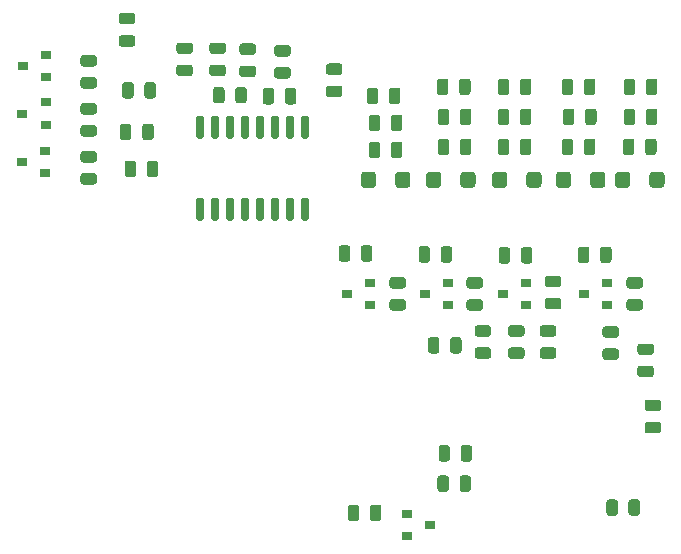
<source format=gbr>
G04 #@! TF.GenerationSoftware,KiCad,Pcbnew,(5.1.6-0-10_14)*
G04 #@! TF.CreationDate,2020-07-24T18:59:42-04:00*
G04 #@! TF.ProjectId,Pufferfish-Interface-2,50756666-6572-4666-9973-682d496e7465,rev?*
G04 #@! TF.SameCoordinates,Original*
G04 #@! TF.FileFunction,Paste,Top*
G04 #@! TF.FilePolarity,Positive*
%FSLAX46Y46*%
G04 Gerber Fmt 4.6, Leading zero omitted, Abs format (unit mm)*
G04 Created by KiCad (PCBNEW (5.1.6-0-10_14)) date 2020-07-24 18:59:42*
%MOMM*%
%LPD*%
G01*
G04 APERTURE LIST*
%ADD10R,0.900000X0.800000*%
G04 APERTURE END LIST*
G36*
G01*
X13356910Y-10975160D02*
X12444410Y-10975160D01*
G75*
G02*
X12200660Y-10731410I0J243750D01*
G01*
X12200660Y-10243910D01*
G75*
G02*
X12444410Y-10000160I243750J0D01*
G01*
X13356910Y-10000160D01*
G75*
G02*
X13600660Y-10243910I0J-243750D01*
G01*
X13600660Y-10731410D01*
G75*
G02*
X13356910Y-10975160I-243750J0D01*
G01*
G37*
G36*
G01*
X13356910Y-12850160D02*
X12444410Y-12850160D01*
G75*
G02*
X12200660Y-12606410I0J243750D01*
G01*
X12200660Y-12118910D01*
G75*
G02*
X12444410Y-11875160I243750J0D01*
G01*
X13356910Y-11875160D01*
G75*
G02*
X13600660Y-12118910I0J-243750D01*
G01*
X13600660Y-12606410D01*
G75*
G02*
X13356910Y-12850160I-243750J0D01*
G01*
G37*
G36*
G01*
X21157780Y-16503330D02*
X21157780Y-17415830D01*
G75*
G02*
X20914030Y-17659580I-243750J0D01*
G01*
X20426530Y-17659580D01*
G75*
G02*
X20182780Y-17415830I0J243750D01*
G01*
X20182780Y-16503330D01*
G75*
G02*
X20426530Y-16259580I243750J0D01*
G01*
X20914030Y-16259580D01*
G75*
G02*
X21157780Y-16503330I0J-243750D01*
G01*
G37*
G36*
G01*
X23032780Y-16503330D02*
X23032780Y-17415830D01*
G75*
G02*
X22789030Y-17659580I-243750J0D01*
G01*
X22301530Y-17659580D01*
G75*
G02*
X22057780Y-17415830I0J243750D01*
G01*
X22057780Y-16503330D01*
G75*
G02*
X22301530Y-16259580I243750J0D01*
G01*
X22789030Y-16259580D01*
G75*
G02*
X23032780Y-16503330I0J-243750D01*
G01*
G37*
G36*
G01*
X25364020Y-16594770D02*
X25364020Y-17507270D01*
G75*
G02*
X25120270Y-17751020I-243750J0D01*
G01*
X24632770Y-17751020D01*
G75*
G02*
X24389020Y-17507270I0J243750D01*
G01*
X24389020Y-16594770D01*
G75*
G02*
X24632770Y-16351020I243750J0D01*
G01*
X25120270Y-16351020D01*
G75*
G02*
X25364020Y-16594770I0J-243750D01*
G01*
G37*
G36*
G01*
X27239020Y-16594770D02*
X27239020Y-17507270D01*
G75*
G02*
X26995270Y-17751020I-243750J0D01*
G01*
X26507770Y-17751020D01*
G75*
G02*
X26264020Y-17507270I0J243750D01*
G01*
X26264020Y-16594770D01*
G75*
G02*
X26507770Y-16351020I243750J0D01*
G01*
X26995270Y-16351020D01*
G75*
G02*
X27239020Y-16594770I0J-243750D01*
G01*
G37*
G36*
G01*
X30893070Y-15247440D02*
X29980570Y-15247440D01*
G75*
G02*
X29736820Y-15003690I0J243750D01*
G01*
X29736820Y-14516190D01*
G75*
G02*
X29980570Y-14272440I243750J0D01*
G01*
X30893070Y-14272440D01*
G75*
G02*
X31136820Y-14516190I0J-243750D01*
G01*
X31136820Y-15003690D01*
G75*
G02*
X30893070Y-15247440I-243750J0D01*
G01*
G37*
G36*
G01*
X30893070Y-17122440D02*
X29980570Y-17122440D01*
G75*
G02*
X29736820Y-16878690I0J243750D01*
G01*
X29736820Y-16391190D01*
G75*
G02*
X29980570Y-16147440I243750J0D01*
G01*
X30893070Y-16147440D01*
G75*
G02*
X31136820Y-16391190I0J-243750D01*
G01*
X31136820Y-16878690D01*
G75*
G02*
X30893070Y-17122440I-243750J0D01*
G01*
G37*
G36*
G01*
X13469200Y-16099470D02*
X13469200Y-17011970D01*
G75*
G02*
X13225450Y-17255720I-243750J0D01*
G01*
X12737950Y-17255720D01*
G75*
G02*
X12494200Y-17011970I0J243750D01*
G01*
X12494200Y-16099470D01*
G75*
G02*
X12737950Y-15855720I243750J0D01*
G01*
X13225450Y-15855720D01*
G75*
G02*
X13469200Y-16099470I0J-243750D01*
G01*
G37*
G36*
G01*
X15344200Y-16099470D02*
X15344200Y-17011970D01*
G75*
G02*
X15100450Y-17255720I-243750J0D01*
G01*
X14612950Y-17255720D01*
G75*
G02*
X14369200Y-17011970I0J243750D01*
G01*
X14369200Y-16099470D01*
G75*
G02*
X14612950Y-15855720I243750J0D01*
G01*
X15100450Y-15855720D01*
G75*
G02*
X15344200Y-16099470I0J-243750D01*
G01*
G37*
G36*
G01*
X13669860Y-22739030D02*
X13669860Y-23651530D01*
G75*
G02*
X13426110Y-23895280I-243750J0D01*
G01*
X12938610Y-23895280D01*
G75*
G02*
X12694860Y-23651530I0J243750D01*
G01*
X12694860Y-22739030D01*
G75*
G02*
X12938610Y-22495280I243750J0D01*
G01*
X13426110Y-22495280D01*
G75*
G02*
X13669860Y-22739030I0J-243750D01*
G01*
G37*
G36*
G01*
X15544860Y-22739030D02*
X15544860Y-23651530D01*
G75*
G02*
X15301110Y-23895280I-243750J0D01*
G01*
X14813610Y-23895280D01*
G75*
G02*
X14569860Y-23651530I0J243750D01*
G01*
X14569860Y-22739030D01*
G75*
G02*
X14813610Y-22495280I243750J0D01*
G01*
X15301110Y-22495280D01*
G75*
G02*
X15544860Y-22739030I0J-243750D01*
G01*
G37*
G36*
G01*
X13276160Y-19619910D02*
X13276160Y-20532410D01*
G75*
G02*
X13032410Y-20776160I-243750J0D01*
G01*
X12544910Y-20776160D01*
G75*
G02*
X12301160Y-20532410I0J243750D01*
G01*
X12301160Y-19619910D01*
G75*
G02*
X12544910Y-19376160I243750J0D01*
G01*
X13032410Y-19376160D01*
G75*
G02*
X13276160Y-19619910I0J-243750D01*
G01*
G37*
G36*
G01*
X15151160Y-19619910D02*
X15151160Y-20532410D01*
G75*
G02*
X14907410Y-20776160I-243750J0D01*
G01*
X14419910Y-20776160D01*
G75*
G02*
X14176160Y-20532410I0J243750D01*
G01*
X14176160Y-19619910D01*
G75*
G02*
X14419910Y-19376160I243750J0D01*
G01*
X14907410Y-19376160D01*
G75*
G02*
X15151160Y-19619910I0J-243750D01*
G01*
G37*
G36*
G01*
X57878030Y-43718060D02*
X56965530Y-43718060D01*
G75*
G02*
X56721780Y-43474310I0J243750D01*
G01*
X56721780Y-42986810D01*
G75*
G02*
X56965530Y-42743060I243750J0D01*
G01*
X57878030Y-42743060D01*
G75*
G02*
X58121780Y-42986810I0J-243750D01*
G01*
X58121780Y-43474310D01*
G75*
G02*
X57878030Y-43718060I-243750J0D01*
G01*
G37*
G36*
G01*
X57878030Y-45593060D02*
X56965530Y-45593060D01*
G75*
G02*
X56721780Y-45349310I0J243750D01*
G01*
X56721780Y-44861810D01*
G75*
G02*
X56965530Y-44618060I243750J0D01*
G01*
X57878030Y-44618060D01*
G75*
G02*
X58121780Y-44861810I0J-243750D01*
G01*
X58121780Y-45349310D01*
G75*
G02*
X57878030Y-45593060I-243750J0D01*
G01*
G37*
G36*
G01*
X55354640Y-52330670D02*
X55354640Y-51418170D01*
G75*
G02*
X55598390Y-51174420I243750J0D01*
G01*
X56085890Y-51174420D01*
G75*
G02*
X56329640Y-51418170I0J-243750D01*
G01*
X56329640Y-52330670D01*
G75*
G02*
X56085890Y-52574420I-243750J0D01*
G01*
X55598390Y-52574420D01*
G75*
G02*
X55354640Y-52330670I0J243750D01*
G01*
G37*
G36*
G01*
X53479640Y-52330670D02*
X53479640Y-51418170D01*
G75*
G02*
X53723390Y-51174420I243750J0D01*
G01*
X54210890Y-51174420D01*
G75*
G02*
X54454640Y-51418170I0J-243750D01*
G01*
X54454640Y-52330670D01*
G75*
G02*
X54210890Y-52574420I-243750J0D01*
G01*
X53723390Y-52574420D01*
G75*
G02*
X53479640Y-52330670I0J243750D01*
G01*
G37*
G36*
G01*
X40154440Y-49393790D02*
X40154440Y-50306290D01*
G75*
G02*
X39910690Y-50550040I-243750J0D01*
G01*
X39423190Y-50550040D01*
G75*
G02*
X39179440Y-50306290I0J243750D01*
G01*
X39179440Y-49393790D01*
G75*
G02*
X39423190Y-49150040I243750J0D01*
G01*
X39910690Y-49150040D01*
G75*
G02*
X40154440Y-49393790I0J-243750D01*
G01*
G37*
G36*
G01*
X42029440Y-49393790D02*
X42029440Y-50306290D01*
G75*
G02*
X41785690Y-50550040I-243750J0D01*
G01*
X41298190Y-50550040D01*
G75*
G02*
X41054440Y-50306290I0J243750D01*
G01*
X41054440Y-49393790D01*
G75*
G02*
X41298190Y-49150040I243750J0D01*
G01*
X41785690Y-49150040D01*
G75*
G02*
X42029440Y-49393790I0J-243750D01*
G01*
G37*
G36*
G01*
X41153740Y-47738350D02*
X41153740Y-46825850D01*
G75*
G02*
X41397490Y-46582100I243750J0D01*
G01*
X41884990Y-46582100D01*
G75*
G02*
X42128740Y-46825850I0J-243750D01*
G01*
X42128740Y-47738350D01*
G75*
G02*
X41884990Y-47982100I-243750J0D01*
G01*
X41397490Y-47982100D01*
G75*
G02*
X41153740Y-47738350I0J243750D01*
G01*
G37*
G36*
G01*
X39278740Y-47738350D02*
X39278740Y-46825850D01*
G75*
G02*
X39522490Y-46582100I243750J0D01*
G01*
X40009990Y-46582100D01*
G75*
G02*
X40253740Y-46825850I0J-243750D01*
G01*
X40253740Y-47738350D01*
G75*
G02*
X40009990Y-47982100I-243750J0D01*
G01*
X39522490Y-47982100D01*
G75*
G02*
X39278740Y-47738350I0J243750D01*
G01*
G37*
G36*
G01*
X56358470Y-39865480D02*
X57270970Y-39865480D01*
G75*
G02*
X57514720Y-40109230I0J-243750D01*
G01*
X57514720Y-40596730D01*
G75*
G02*
X57270970Y-40840480I-243750J0D01*
G01*
X56358470Y-40840480D01*
G75*
G02*
X56114720Y-40596730I0J243750D01*
G01*
X56114720Y-40109230D01*
G75*
G02*
X56358470Y-39865480I243750J0D01*
G01*
G37*
G36*
G01*
X56358470Y-37990480D02*
X57270970Y-37990480D01*
G75*
G02*
X57514720Y-38234230I0J-243750D01*
G01*
X57514720Y-38721730D01*
G75*
G02*
X57270970Y-38965480I-243750J0D01*
G01*
X56358470Y-38965480D01*
G75*
G02*
X56114720Y-38721730I0J243750D01*
G01*
X56114720Y-38234230D01*
G75*
G02*
X56358470Y-37990480I243750J0D01*
G01*
G37*
G36*
G01*
X53401910Y-38400140D02*
X54314410Y-38400140D01*
G75*
G02*
X54558160Y-38643890I0J-243750D01*
G01*
X54558160Y-39131390D01*
G75*
G02*
X54314410Y-39375140I-243750J0D01*
G01*
X53401910Y-39375140D01*
G75*
G02*
X53158160Y-39131390I0J243750D01*
G01*
X53158160Y-38643890D01*
G75*
G02*
X53401910Y-38400140I243750J0D01*
G01*
G37*
G36*
G01*
X53401910Y-36525140D02*
X54314410Y-36525140D01*
G75*
G02*
X54558160Y-36768890I0J-243750D01*
G01*
X54558160Y-37256390D01*
G75*
G02*
X54314410Y-37500140I-243750J0D01*
G01*
X53401910Y-37500140D01*
G75*
G02*
X53158160Y-37256390I0J243750D01*
G01*
X53158160Y-36768890D01*
G75*
G02*
X53401910Y-36525140I243750J0D01*
G01*
G37*
G36*
G01*
X48095850Y-38313780D02*
X49008350Y-38313780D01*
G75*
G02*
X49252100Y-38557530I0J-243750D01*
G01*
X49252100Y-39045030D01*
G75*
G02*
X49008350Y-39288780I-243750J0D01*
G01*
X48095850Y-39288780D01*
G75*
G02*
X47852100Y-39045030I0J243750D01*
G01*
X47852100Y-38557530D01*
G75*
G02*
X48095850Y-38313780I243750J0D01*
G01*
G37*
G36*
G01*
X48095850Y-36438780D02*
X49008350Y-36438780D01*
G75*
G02*
X49252100Y-36682530I0J-243750D01*
G01*
X49252100Y-37170030D01*
G75*
G02*
X49008350Y-37413780I-243750J0D01*
G01*
X48095850Y-37413780D01*
G75*
G02*
X47852100Y-37170030I0J243750D01*
G01*
X47852100Y-36682530D01*
G75*
G02*
X48095850Y-36438780I243750J0D01*
G01*
G37*
G36*
G01*
X45400910Y-38313780D02*
X46313410Y-38313780D01*
G75*
G02*
X46557160Y-38557530I0J-243750D01*
G01*
X46557160Y-39045030D01*
G75*
G02*
X46313410Y-39288780I-243750J0D01*
G01*
X45400910Y-39288780D01*
G75*
G02*
X45157160Y-39045030I0J243750D01*
G01*
X45157160Y-38557530D01*
G75*
G02*
X45400910Y-38313780I243750J0D01*
G01*
G37*
G36*
G01*
X45400910Y-36438780D02*
X46313410Y-36438780D01*
G75*
G02*
X46557160Y-36682530I0J-243750D01*
G01*
X46557160Y-37170030D01*
G75*
G02*
X46313410Y-37413780I-243750J0D01*
G01*
X45400910Y-37413780D01*
G75*
G02*
X45157160Y-37170030I0J243750D01*
G01*
X45157160Y-36682530D01*
G75*
G02*
X45400910Y-36438780I243750J0D01*
G01*
G37*
G36*
G01*
X42576430Y-38313780D02*
X43488930Y-38313780D01*
G75*
G02*
X43732680Y-38557530I0J-243750D01*
G01*
X43732680Y-39045030D01*
G75*
G02*
X43488930Y-39288780I-243750J0D01*
G01*
X42576430Y-39288780D01*
G75*
G02*
X42332680Y-39045030I0J243750D01*
G01*
X42332680Y-38557530D01*
G75*
G02*
X42576430Y-38313780I243750J0D01*
G01*
G37*
G36*
G01*
X42576430Y-36438780D02*
X43488930Y-36438780D01*
G75*
G02*
X43732680Y-36682530I0J-243750D01*
G01*
X43732680Y-37170030D01*
G75*
G02*
X43488930Y-37413780I-243750J0D01*
G01*
X42576430Y-37413780D01*
G75*
G02*
X42332680Y-37170030I0J243750D01*
G01*
X42332680Y-36682530D01*
G75*
G02*
X42576430Y-36438780I243750J0D01*
G01*
G37*
G36*
G01*
X40249260Y-38596890D02*
X40249260Y-37684390D01*
G75*
G02*
X40493010Y-37440640I243750J0D01*
G01*
X40980510Y-37440640D01*
G75*
G02*
X41224260Y-37684390I0J-243750D01*
G01*
X41224260Y-38596890D01*
G75*
G02*
X40980510Y-38840640I-243750J0D01*
G01*
X40493010Y-38840640D01*
G75*
G02*
X40249260Y-38596890I0J243750D01*
G01*
G37*
G36*
G01*
X38374260Y-38596890D02*
X38374260Y-37684390D01*
G75*
G02*
X38618010Y-37440640I243750J0D01*
G01*
X39105510Y-37440640D01*
G75*
G02*
X39349260Y-37684390I0J-243750D01*
G01*
X39349260Y-38596890D01*
G75*
G02*
X39105510Y-38840640I-243750J0D01*
G01*
X38618010Y-38840640D01*
G75*
G02*
X38374260Y-38596890I0J243750D01*
G01*
G37*
G36*
G01*
X51582500Y-21792250D02*
X51582500Y-20879750D01*
G75*
G02*
X51826250Y-20636000I243750J0D01*
G01*
X52313750Y-20636000D01*
G75*
G02*
X52557500Y-20879750I0J-243750D01*
G01*
X52557500Y-21792250D01*
G75*
G02*
X52313750Y-22036000I-243750J0D01*
G01*
X51826250Y-22036000D01*
G75*
G02*
X51582500Y-21792250I0J243750D01*
G01*
G37*
G36*
G01*
X49707500Y-21792250D02*
X49707500Y-20879750D01*
G75*
G02*
X49951250Y-20636000I243750J0D01*
G01*
X50438750Y-20636000D01*
G75*
G02*
X50682500Y-20879750I0J-243750D01*
G01*
X50682500Y-21792250D01*
G75*
G02*
X50438750Y-22036000I-243750J0D01*
G01*
X49951250Y-22036000D01*
G75*
G02*
X49707500Y-21792250I0J243750D01*
G01*
G37*
G36*
G01*
X46170000Y-21792250D02*
X46170000Y-20879750D01*
G75*
G02*
X46413750Y-20636000I243750J0D01*
G01*
X46901250Y-20636000D01*
G75*
G02*
X47145000Y-20879750I0J-243750D01*
G01*
X47145000Y-21792250D01*
G75*
G02*
X46901250Y-22036000I-243750J0D01*
G01*
X46413750Y-22036000D01*
G75*
G02*
X46170000Y-21792250I0J243750D01*
G01*
G37*
G36*
G01*
X44295000Y-21792250D02*
X44295000Y-20879750D01*
G75*
G02*
X44538750Y-20636000I243750J0D01*
G01*
X45026250Y-20636000D01*
G75*
G02*
X45270000Y-20879750I0J-243750D01*
G01*
X45270000Y-21792250D01*
G75*
G02*
X45026250Y-22036000I-243750J0D01*
G01*
X44538750Y-22036000D01*
G75*
G02*
X44295000Y-21792250I0J243750D01*
G01*
G37*
G36*
G01*
X39215000Y-21792250D02*
X39215000Y-20879750D01*
G75*
G02*
X39458750Y-20636000I243750J0D01*
G01*
X39946250Y-20636000D01*
G75*
G02*
X40190000Y-20879750I0J-243750D01*
G01*
X40190000Y-21792250D01*
G75*
G02*
X39946250Y-22036000I-243750J0D01*
G01*
X39458750Y-22036000D01*
G75*
G02*
X39215000Y-21792250I0J243750D01*
G01*
G37*
G36*
G01*
X41090000Y-21792250D02*
X41090000Y-20879750D01*
G75*
G02*
X41333750Y-20636000I243750J0D01*
G01*
X41821250Y-20636000D01*
G75*
G02*
X42065000Y-20879750I0J-243750D01*
G01*
X42065000Y-21792250D01*
G75*
G02*
X41821250Y-22036000I-243750J0D01*
G01*
X41333750Y-22036000D01*
G75*
G02*
X41090000Y-21792250I0J243750D01*
G01*
G37*
G36*
G01*
X33373000Y-22046250D02*
X33373000Y-21133750D01*
G75*
G02*
X33616750Y-20890000I243750J0D01*
G01*
X34104250Y-20890000D01*
G75*
G02*
X34348000Y-21133750I0J-243750D01*
G01*
X34348000Y-22046250D01*
G75*
G02*
X34104250Y-22290000I-243750J0D01*
G01*
X33616750Y-22290000D01*
G75*
G02*
X33373000Y-22046250I0J243750D01*
G01*
G37*
G36*
G01*
X35248000Y-22046250D02*
X35248000Y-21133750D01*
G75*
G02*
X35491750Y-20890000I243750J0D01*
G01*
X35979250Y-20890000D01*
G75*
G02*
X36223000Y-21133750I0J-243750D01*
G01*
X36223000Y-22046250D01*
G75*
G02*
X35979250Y-22290000I-243750J0D01*
G01*
X35491750Y-22290000D01*
G75*
G02*
X35248000Y-22046250I0J243750D01*
G01*
G37*
G36*
G01*
X54884500Y-21792250D02*
X54884500Y-20879750D01*
G75*
G02*
X55128250Y-20636000I243750J0D01*
G01*
X55615750Y-20636000D01*
G75*
G02*
X55859500Y-20879750I0J-243750D01*
G01*
X55859500Y-21792250D01*
G75*
G02*
X55615750Y-22036000I-243750J0D01*
G01*
X55128250Y-22036000D01*
G75*
G02*
X54884500Y-21792250I0J243750D01*
G01*
G37*
G36*
G01*
X56759500Y-21792250D02*
X56759500Y-20879750D01*
G75*
G02*
X57003250Y-20636000I243750J0D01*
G01*
X57490750Y-20636000D01*
G75*
G02*
X57734500Y-20879750I0J-243750D01*
G01*
X57734500Y-21792250D01*
G75*
G02*
X57490750Y-22036000I-243750J0D01*
G01*
X57003250Y-22036000D01*
G75*
G02*
X56759500Y-21792250I0J243750D01*
G01*
G37*
G36*
G01*
X49208000Y-24505000D02*
X49208000Y-23755000D01*
G75*
G02*
X49533000Y-23430000I325000J0D01*
G01*
X50183000Y-23430000D01*
G75*
G02*
X50508000Y-23755000I0J-325000D01*
G01*
X50508000Y-24505000D01*
G75*
G02*
X50183000Y-24830000I-325000J0D01*
G01*
X49533000Y-24830000D01*
G75*
G02*
X49208000Y-24505000I0J325000D01*
G01*
G37*
G36*
G01*
X52108000Y-24505000D02*
X52108000Y-23755000D01*
G75*
G02*
X52433000Y-23430000I325000J0D01*
G01*
X53083000Y-23430000D01*
G75*
G02*
X53408000Y-23755000I0J-325000D01*
G01*
X53408000Y-24505000D01*
G75*
G02*
X53083000Y-24830000I-325000J0D01*
G01*
X52433000Y-24830000D01*
G75*
G02*
X52108000Y-24505000I0J325000D01*
G01*
G37*
G36*
G01*
X43800000Y-24505000D02*
X43800000Y-23755000D01*
G75*
G02*
X44125000Y-23430000I325000J0D01*
G01*
X44775000Y-23430000D01*
G75*
G02*
X45100000Y-23755000I0J-325000D01*
G01*
X45100000Y-24505000D01*
G75*
G02*
X44775000Y-24830000I-325000J0D01*
G01*
X44125000Y-24830000D01*
G75*
G02*
X43800000Y-24505000I0J325000D01*
G01*
G37*
G36*
G01*
X46700000Y-24505000D02*
X46700000Y-23755000D01*
G75*
G02*
X47025000Y-23430000I325000J0D01*
G01*
X47675000Y-23430000D01*
G75*
G02*
X48000000Y-23755000I0J-325000D01*
G01*
X48000000Y-24505000D01*
G75*
G02*
X47675000Y-24830000I-325000J0D01*
G01*
X47025000Y-24830000D01*
G75*
G02*
X46700000Y-24505000I0J325000D01*
G01*
G37*
G36*
G01*
X41112000Y-24505000D02*
X41112000Y-23755000D01*
G75*
G02*
X41437000Y-23430000I325000J0D01*
G01*
X42087000Y-23430000D01*
G75*
G02*
X42412000Y-23755000I0J-325000D01*
G01*
X42412000Y-24505000D01*
G75*
G02*
X42087000Y-24830000I-325000J0D01*
G01*
X41437000Y-24830000D01*
G75*
G02*
X41112000Y-24505000I0J325000D01*
G01*
G37*
G36*
G01*
X38212000Y-24505000D02*
X38212000Y-23755000D01*
G75*
G02*
X38537000Y-23430000I325000J0D01*
G01*
X39187000Y-23430000D01*
G75*
G02*
X39512000Y-23755000I0J-325000D01*
G01*
X39512000Y-24505000D01*
G75*
G02*
X39187000Y-24830000I-325000J0D01*
G01*
X38537000Y-24830000D01*
G75*
G02*
X38212000Y-24505000I0J325000D01*
G01*
G37*
G36*
G01*
X35598000Y-24505000D02*
X35598000Y-23755000D01*
G75*
G02*
X35923000Y-23430000I325000J0D01*
G01*
X36573000Y-23430000D01*
G75*
G02*
X36898000Y-23755000I0J-325000D01*
G01*
X36898000Y-24505000D01*
G75*
G02*
X36573000Y-24830000I-325000J0D01*
G01*
X35923000Y-24830000D01*
G75*
G02*
X35598000Y-24505000I0J325000D01*
G01*
G37*
G36*
G01*
X32698000Y-24505000D02*
X32698000Y-23755000D01*
G75*
G02*
X33023000Y-23430000I325000J0D01*
G01*
X33673000Y-23430000D01*
G75*
G02*
X33998000Y-23755000I0J-325000D01*
G01*
X33998000Y-24505000D01*
G75*
G02*
X33673000Y-24830000I-325000J0D01*
G01*
X33023000Y-24830000D01*
G75*
G02*
X32698000Y-24505000I0J325000D01*
G01*
G37*
G36*
G01*
X57114000Y-24505000D02*
X57114000Y-23755000D01*
G75*
G02*
X57439000Y-23430000I325000J0D01*
G01*
X58089000Y-23430000D01*
G75*
G02*
X58414000Y-23755000I0J-325000D01*
G01*
X58414000Y-24505000D01*
G75*
G02*
X58089000Y-24830000I-325000J0D01*
G01*
X57439000Y-24830000D01*
G75*
G02*
X57114000Y-24505000I0J325000D01*
G01*
G37*
G36*
G01*
X54214000Y-24505000D02*
X54214000Y-23755000D01*
G75*
G02*
X54539000Y-23430000I325000J0D01*
G01*
X55189000Y-23430000D01*
G75*
G02*
X55514000Y-23755000I0J-325000D01*
G01*
X55514000Y-24505000D01*
G75*
G02*
X55189000Y-24830000I-325000J0D01*
G01*
X54539000Y-24830000D01*
G75*
G02*
X54214000Y-24505000I0J325000D01*
G01*
G37*
D10*
X33512000Y-34732000D03*
X33512000Y-32832000D03*
X31512000Y-33782000D03*
X38116000Y-33782000D03*
X40116000Y-32832000D03*
X40116000Y-34732000D03*
X46720000Y-34732000D03*
X46720000Y-32832000D03*
X44720000Y-33782000D03*
X51578000Y-33782000D03*
X53578000Y-32832000D03*
X53578000Y-34732000D03*
X36592000Y-52390000D03*
X36592000Y-54290000D03*
X38592000Y-53340000D03*
X5970780Y-23566160D03*
X5970780Y-21666160D03*
X3970780Y-22616160D03*
X4047740Y-18521720D03*
X6047740Y-17571720D03*
X6047740Y-19471720D03*
X4080000Y-14478000D03*
X6080000Y-13528000D03*
X6080000Y-15428000D03*
G36*
G01*
X36270250Y-33332000D02*
X35357750Y-33332000D01*
G75*
G02*
X35114000Y-33088250I0J243750D01*
G01*
X35114000Y-32600750D01*
G75*
G02*
X35357750Y-32357000I243750J0D01*
G01*
X36270250Y-32357000D01*
G75*
G02*
X36514000Y-32600750I0J-243750D01*
G01*
X36514000Y-33088250D01*
G75*
G02*
X36270250Y-33332000I-243750J0D01*
G01*
G37*
G36*
G01*
X36270250Y-35207000D02*
X35357750Y-35207000D01*
G75*
G02*
X35114000Y-34963250I0J243750D01*
G01*
X35114000Y-34475750D01*
G75*
G02*
X35357750Y-34232000I243750J0D01*
G01*
X36270250Y-34232000D01*
G75*
G02*
X36514000Y-34475750I0J-243750D01*
G01*
X36514000Y-34963250D01*
G75*
G02*
X36270250Y-35207000I-243750J0D01*
G01*
G37*
G36*
G01*
X42798050Y-35207000D02*
X41885550Y-35207000D01*
G75*
G02*
X41641800Y-34963250I0J243750D01*
G01*
X41641800Y-34475750D01*
G75*
G02*
X41885550Y-34232000I243750J0D01*
G01*
X42798050Y-34232000D01*
G75*
G02*
X43041800Y-34475750I0J-243750D01*
G01*
X43041800Y-34963250D01*
G75*
G02*
X42798050Y-35207000I-243750J0D01*
G01*
G37*
G36*
G01*
X42798050Y-33332000D02*
X41885550Y-33332000D01*
G75*
G02*
X41641800Y-33088250I0J243750D01*
G01*
X41641800Y-32600750D01*
G75*
G02*
X41885550Y-32357000I243750J0D01*
G01*
X42798050Y-32357000D01*
G75*
G02*
X43041800Y-32600750I0J-243750D01*
G01*
X43041800Y-33088250D01*
G75*
G02*
X42798050Y-33332000I-243750J0D01*
G01*
G37*
G36*
G01*
X49432530Y-33225320D02*
X48520030Y-33225320D01*
G75*
G02*
X48276280Y-32981570I0J243750D01*
G01*
X48276280Y-32494070D01*
G75*
G02*
X48520030Y-32250320I243750J0D01*
G01*
X49432530Y-32250320D01*
G75*
G02*
X49676280Y-32494070I0J-243750D01*
G01*
X49676280Y-32981570D01*
G75*
G02*
X49432530Y-33225320I-243750J0D01*
G01*
G37*
G36*
G01*
X49432530Y-35100320D02*
X48520030Y-35100320D01*
G75*
G02*
X48276280Y-34856570I0J243750D01*
G01*
X48276280Y-34369070D01*
G75*
G02*
X48520030Y-34125320I243750J0D01*
G01*
X49432530Y-34125320D01*
G75*
G02*
X49676280Y-34369070I0J-243750D01*
G01*
X49676280Y-34856570D01*
G75*
G02*
X49432530Y-35100320I-243750J0D01*
G01*
G37*
G36*
G01*
X56336250Y-35207000D02*
X55423750Y-35207000D01*
G75*
G02*
X55180000Y-34963250I0J243750D01*
G01*
X55180000Y-34475750D01*
G75*
G02*
X55423750Y-34232000I243750J0D01*
G01*
X56336250Y-34232000D01*
G75*
G02*
X56580000Y-34475750I0J-243750D01*
G01*
X56580000Y-34963250D01*
G75*
G02*
X56336250Y-35207000I-243750J0D01*
G01*
G37*
G36*
G01*
X56336250Y-33332000D02*
X55423750Y-33332000D01*
G75*
G02*
X55180000Y-33088250I0J243750D01*
G01*
X55180000Y-32600750D01*
G75*
G02*
X55423750Y-32357000I243750J0D01*
G01*
X56336250Y-32357000D01*
G75*
G02*
X56580000Y-32600750I0J-243750D01*
G01*
X56580000Y-33088250D01*
G75*
G02*
X56336250Y-33332000I-243750J0D01*
G01*
G37*
G36*
G01*
X33673080Y-29904370D02*
X33673080Y-30816870D01*
G75*
G02*
X33429330Y-31060620I-243750J0D01*
G01*
X32941830Y-31060620D01*
G75*
G02*
X32698080Y-30816870I0J243750D01*
G01*
X32698080Y-29904370D01*
G75*
G02*
X32941830Y-29660620I243750J0D01*
G01*
X33429330Y-29660620D01*
G75*
G02*
X33673080Y-29904370I0J-243750D01*
G01*
G37*
G36*
G01*
X31798080Y-29904370D02*
X31798080Y-30816870D01*
G75*
G02*
X31554330Y-31060620I-243750J0D01*
G01*
X31066830Y-31060620D01*
G75*
G02*
X30823080Y-30816870I0J243750D01*
G01*
X30823080Y-29904370D01*
G75*
G02*
X31066830Y-29660620I243750J0D01*
G01*
X31554330Y-29660620D01*
G75*
G02*
X31798080Y-29904370I0J-243750D01*
G01*
G37*
G36*
G01*
X38559320Y-29983110D02*
X38559320Y-30895610D01*
G75*
G02*
X38315570Y-31139360I-243750J0D01*
G01*
X37828070Y-31139360D01*
G75*
G02*
X37584320Y-30895610I0J243750D01*
G01*
X37584320Y-29983110D01*
G75*
G02*
X37828070Y-29739360I243750J0D01*
G01*
X38315570Y-29739360D01*
G75*
G02*
X38559320Y-29983110I0J-243750D01*
G01*
G37*
G36*
G01*
X40434320Y-29983110D02*
X40434320Y-30895610D01*
G75*
G02*
X40190570Y-31139360I-243750J0D01*
G01*
X39703070Y-31139360D01*
G75*
G02*
X39459320Y-30895610I0J243750D01*
G01*
X39459320Y-29983110D01*
G75*
G02*
X39703070Y-29739360I243750J0D01*
G01*
X40190570Y-29739360D01*
G75*
G02*
X40434320Y-29983110I0J-243750D01*
G01*
G37*
G36*
G01*
X47223500Y-30061850D02*
X47223500Y-30974350D01*
G75*
G02*
X46979750Y-31218100I-243750J0D01*
G01*
X46492250Y-31218100D01*
G75*
G02*
X46248500Y-30974350I0J243750D01*
G01*
X46248500Y-30061850D01*
G75*
G02*
X46492250Y-29818100I243750J0D01*
G01*
X46979750Y-29818100D01*
G75*
G02*
X47223500Y-30061850I0J-243750D01*
G01*
G37*
G36*
G01*
X45348500Y-30061850D02*
X45348500Y-30974350D01*
G75*
G02*
X45104750Y-31218100I-243750J0D01*
G01*
X44617250Y-31218100D01*
G75*
G02*
X44373500Y-30974350I0J243750D01*
G01*
X44373500Y-30061850D01*
G75*
G02*
X44617250Y-29818100I243750J0D01*
G01*
X45104750Y-29818100D01*
G75*
G02*
X45348500Y-30061850I0J-243750D01*
G01*
G37*
G36*
G01*
X52049020Y-30023750D02*
X52049020Y-30936250D01*
G75*
G02*
X51805270Y-31180000I-243750J0D01*
G01*
X51317770Y-31180000D01*
G75*
G02*
X51074020Y-30936250I0J243750D01*
G01*
X51074020Y-30023750D01*
G75*
G02*
X51317770Y-29780000I243750J0D01*
G01*
X51805270Y-29780000D01*
G75*
G02*
X52049020Y-30023750I0J-243750D01*
G01*
G37*
G36*
G01*
X53924020Y-30023750D02*
X53924020Y-30936250D01*
G75*
G02*
X53680270Y-31180000I-243750J0D01*
G01*
X53192770Y-31180000D01*
G75*
G02*
X52949020Y-30936250I0J243750D01*
G01*
X52949020Y-30023750D01*
G75*
G02*
X53192770Y-29780000I243750J0D01*
G01*
X53680270Y-29780000D01*
G75*
G02*
X53924020Y-30023750I0J-243750D01*
G01*
G37*
G36*
G01*
X34445000Y-51867750D02*
X34445000Y-52780250D01*
G75*
G02*
X34201250Y-53024000I-243750J0D01*
G01*
X33713750Y-53024000D01*
G75*
G02*
X33470000Y-52780250I0J243750D01*
G01*
X33470000Y-51867750D01*
G75*
G02*
X33713750Y-51624000I243750J0D01*
G01*
X34201250Y-51624000D01*
G75*
G02*
X34445000Y-51867750I0J-243750D01*
G01*
G37*
G36*
G01*
X32570000Y-51867750D02*
X32570000Y-52780250D01*
G75*
G02*
X32326250Y-53024000I-243750J0D01*
G01*
X31838750Y-53024000D01*
G75*
G02*
X31595000Y-52780250I0J243750D01*
G01*
X31595000Y-51867750D01*
G75*
G02*
X31838750Y-51624000I243750J0D01*
G01*
X32326250Y-51624000D01*
G75*
G02*
X32570000Y-51867750I0J-243750D01*
G01*
G37*
G36*
G01*
X10108250Y-22664000D02*
X9195750Y-22664000D01*
G75*
G02*
X8952000Y-22420250I0J243750D01*
G01*
X8952000Y-21932750D01*
G75*
G02*
X9195750Y-21689000I243750J0D01*
G01*
X10108250Y-21689000D01*
G75*
G02*
X10352000Y-21932750I0J-243750D01*
G01*
X10352000Y-22420250D01*
G75*
G02*
X10108250Y-22664000I-243750J0D01*
G01*
G37*
G36*
G01*
X10108250Y-24539000D02*
X9195750Y-24539000D01*
G75*
G02*
X8952000Y-24295250I0J243750D01*
G01*
X8952000Y-23807750D01*
G75*
G02*
X9195750Y-23564000I243750J0D01*
G01*
X10108250Y-23564000D01*
G75*
G02*
X10352000Y-23807750I0J-243750D01*
G01*
X10352000Y-24295250D01*
G75*
G02*
X10108250Y-24539000I-243750J0D01*
G01*
G37*
G36*
G01*
X10108250Y-20475000D02*
X9195750Y-20475000D01*
G75*
G02*
X8952000Y-20231250I0J243750D01*
G01*
X8952000Y-19743750D01*
G75*
G02*
X9195750Y-19500000I243750J0D01*
G01*
X10108250Y-19500000D01*
G75*
G02*
X10352000Y-19743750I0J-243750D01*
G01*
X10352000Y-20231250D01*
G75*
G02*
X10108250Y-20475000I-243750J0D01*
G01*
G37*
G36*
G01*
X10108250Y-18600000D02*
X9195750Y-18600000D01*
G75*
G02*
X8952000Y-18356250I0J243750D01*
G01*
X8952000Y-17868750D01*
G75*
G02*
X9195750Y-17625000I243750J0D01*
G01*
X10108250Y-17625000D01*
G75*
G02*
X10352000Y-17868750I0J-243750D01*
G01*
X10352000Y-18356250D01*
G75*
G02*
X10108250Y-18600000I-243750J0D01*
G01*
G37*
G36*
G01*
X10108250Y-14536000D02*
X9195750Y-14536000D01*
G75*
G02*
X8952000Y-14292250I0J243750D01*
G01*
X8952000Y-13804750D01*
G75*
G02*
X9195750Y-13561000I243750J0D01*
G01*
X10108250Y-13561000D01*
G75*
G02*
X10352000Y-13804750I0J-243750D01*
G01*
X10352000Y-14292250D01*
G75*
G02*
X10108250Y-14536000I-243750J0D01*
G01*
G37*
G36*
G01*
X10108250Y-16411000D02*
X9195750Y-16411000D01*
G75*
G02*
X8952000Y-16167250I0J243750D01*
G01*
X8952000Y-15679750D01*
G75*
G02*
X9195750Y-15436000I243750J0D01*
G01*
X10108250Y-15436000D01*
G75*
G02*
X10352000Y-15679750I0J-243750D01*
G01*
X10352000Y-16167250D01*
G75*
G02*
X10108250Y-16411000I-243750J0D01*
G01*
G37*
G36*
G01*
X25609230Y-12715420D02*
X26521730Y-12715420D01*
G75*
G02*
X26765480Y-12959170I0J-243750D01*
G01*
X26765480Y-13446670D01*
G75*
G02*
X26521730Y-13690420I-243750J0D01*
G01*
X25609230Y-13690420D01*
G75*
G02*
X25365480Y-13446670I0J243750D01*
G01*
X25365480Y-12959170D01*
G75*
G02*
X25609230Y-12715420I243750J0D01*
G01*
G37*
G36*
G01*
X25609230Y-14590420D02*
X26521730Y-14590420D01*
G75*
G02*
X26765480Y-14834170I0J-243750D01*
G01*
X26765480Y-15321670D01*
G75*
G02*
X26521730Y-15565420I-243750J0D01*
G01*
X25609230Y-15565420D01*
G75*
G02*
X25365480Y-15321670I0J243750D01*
G01*
X25365480Y-14834170D01*
G75*
G02*
X25609230Y-14590420I243750J0D01*
G01*
G37*
G36*
G01*
X22660290Y-14457860D02*
X23572790Y-14457860D01*
G75*
G02*
X23816540Y-14701610I0J-243750D01*
G01*
X23816540Y-15189110D01*
G75*
G02*
X23572790Y-15432860I-243750J0D01*
G01*
X22660290Y-15432860D01*
G75*
G02*
X22416540Y-15189110I0J243750D01*
G01*
X22416540Y-14701610D01*
G75*
G02*
X22660290Y-14457860I243750J0D01*
G01*
G37*
G36*
G01*
X22660290Y-12582860D02*
X23572790Y-12582860D01*
G75*
G02*
X23816540Y-12826610I0J-243750D01*
G01*
X23816540Y-13314110D01*
G75*
G02*
X23572790Y-13557860I-243750J0D01*
G01*
X22660290Y-13557860D01*
G75*
G02*
X22416540Y-13314110I0J243750D01*
G01*
X22416540Y-12826610D01*
G75*
G02*
X22660290Y-12582860I243750J0D01*
G01*
G37*
G36*
G01*
X20120290Y-12504360D02*
X21032790Y-12504360D01*
G75*
G02*
X21276540Y-12748110I0J-243750D01*
G01*
X21276540Y-13235610D01*
G75*
G02*
X21032790Y-13479360I-243750J0D01*
G01*
X20120290Y-13479360D01*
G75*
G02*
X19876540Y-13235610I0J243750D01*
G01*
X19876540Y-12748110D01*
G75*
G02*
X20120290Y-12504360I243750J0D01*
G01*
G37*
G36*
G01*
X20120290Y-14379360D02*
X21032790Y-14379360D01*
G75*
G02*
X21276540Y-14623110I0J-243750D01*
G01*
X21276540Y-15110610D01*
G75*
G02*
X21032790Y-15354360I-243750J0D01*
G01*
X20120290Y-15354360D01*
G75*
G02*
X19876540Y-15110610I0J243750D01*
G01*
X19876540Y-14623110D01*
G75*
G02*
X20120290Y-14379360I243750J0D01*
G01*
G37*
G36*
G01*
X17326290Y-14379360D02*
X18238790Y-14379360D01*
G75*
G02*
X18482540Y-14623110I0J-243750D01*
G01*
X18482540Y-15110610D01*
G75*
G02*
X18238790Y-15354360I-243750J0D01*
G01*
X17326290Y-15354360D01*
G75*
G02*
X17082540Y-15110610I0J243750D01*
G01*
X17082540Y-14623110D01*
G75*
G02*
X17326290Y-14379360I243750J0D01*
G01*
G37*
G36*
G01*
X17326290Y-12504360D02*
X18238790Y-12504360D01*
G75*
G02*
X18482540Y-12748110I0J-243750D01*
G01*
X18482540Y-13235610D01*
G75*
G02*
X18238790Y-13479360I-243750J0D01*
G01*
X17326290Y-13479360D01*
G75*
G02*
X17082540Y-13235610I0J243750D01*
G01*
X17082540Y-12748110D01*
G75*
G02*
X17326290Y-12504360I243750J0D01*
G01*
G37*
G36*
G01*
X49707500Y-16712250D02*
X49707500Y-15799750D01*
G75*
G02*
X49951250Y-15556000I243750J0D01*
G01*
X50438750Y-15556000D01*
G75*
G02*
X50682500Y-15799750I0J-243750D01*
G01*
X50682500Y-16712250D01*
G75*
G02*
X50438750Y-16956000I-243750J0D01*
G01*
X49951250Y-16956000D01*
G75*
G02*
X49707500Y-16712250I0J243750D01*
G01*
G37*
G36*
G01*
X51582500Y-16712250D02*
X51582500Y-15799750D01*
G75*
G02*
X51826250Y-15556000I243750J0D01*
G01*
X52313750Y-15556000D01*
G75*
G02*
X52557500Y-15799750I0J-243750D01*
G01*
X52557500Y-16712250D01*
G75*
G02*
X52313750Y-16956000I-243750J0D01*
G01*
X51826250Y-16956000D01*
G75*
G02*
X51582500Y-16712250I0J243750D01*
G01*
G37*
G36*
G01*
X44295000Y-16712250D02*
X44295000Y-15799750D01*
G75*
G02*
X44538750Y-15556000I243750J0D01*
G01*
X45026250Y-15556000D01*
G75*
G02*
X45270000Y-15799750I0J-243750D01*
G01*
X45270000Y-16712250D01*
G75*
G02*
X45026250Y-16956000I-243750J0D01*
G01*
X44538750Y-16956000D01*
G75*
G02*
X44295000Y-16712250I0J243750D01*
G01*
G37*
G36*
G01*
X46170000Y-16712250D02*
X46170000Y-15799750D01*
G75*
G02*
X46413750Y-15556000I243750J0D01*
G01*
X46901250Y-15556000D01*
G75*
G02*
X47145000Y-15799750I0J-243750D01*
G01*
X47145000Y-16712250D01*
G75*
G02*
X46901250Y-16956000I-243750J0D01*
G01*
X46413750Y-16956000D01*
G75*
G02*
X46170000Y-16712250I0J243750D01*
G01*
G37*
G36*
G01*
X41011500Y-16712250D02*
X41011500Y-15799750D01*
G75*
G02*
X41255250Y-15556000I243750J0D01*
G01*
X41742750Y-15556000D01*
G75*
G02*
X41986500Y-15799750I0J-243750D01*
G01*
X41986500Y-16712250D01*
G75*
G02*
X41742750Y-16956000I-243750J0D01*
G01*
X41255250Y-16956000D01*
G75*
G02*
X41011500Y-16712250I0J243750D01*
G01*
G37*
G36*
G01*
X39136500Y-16712250D02*
X39136500Y-15799750D01*
G75*
G02*
X39380250Y-15556000I243750J0D01*
G01*
X39867750Y-15556000D01*
G75*
G02*
X40111500Y-15799750I0J-243750D01*
G01*
X40111500Y-16712250D01*
G75*
G02*
X39867750Y-16956000I-243750J0D01*
G01*
X39380250Y-16956000D01*
G75*
G02*
X39136500Y-16712250I0J243750D01*
G01*
G37*
G36*
G01*
X35072500Y-17474250D02*
X35072500Y-16561750D01*
G75*
G02*
X35316250Y-16318000I243750J0D01*
G01*
X35803750Y-16318000D01*
G75*
G02*
X36047500Y-16561750I0J-243750D01*
G01*
X36047500Y-17474250D01*
G75*
G02*
X35803750Y-17718000I-243750J0D01*
G01*
X35316250Y-17718000D01*
G75*
G02*
X35072500Y-17474250I0J243750D01*
G01*
G37*
G36*
G01*
X33197500Y-17474250D02*
X33197500Y-16561750D01*
G75*
G02*
X33441250Y-16318000I243750J0D01*
G01*
X33928750Y-16318000D01*
G75*
G02*
X34172500Y-16561750I0J-243750D01*
G01*
X34172500Y-17474250D01*
G75*
G02*
X33928750Y-17718000I-243750J0D01*
G01*
X33441250Y-17718000D01*
G75*
G02*
X33197500Y-17474250I0J243750D01*
G01*
G37*
G36*
G01*
X52654500Y-18339750D02*
X52654500Y-19252250D01*
G75*
G02*
X52410750Y-19496000I-243750J0D01*
G01*
X51923250Y-19496000D01*
G75*
G02*
X51679500Y-19252250I0J243750D01*
G01*
X51679500Y-18339750D01*
G75*
G02*
X51923250Y-18096000I243750J0D01*
G01*
X52410750Y-18096000D01*
G75*
G02*
X52654500Y-18339750I0J-243750D01*
G01*
G37*
G36*
G01*
X50779500Y-18339750D02*
X50779500Y-19252250D01*
G75*
G02*
X50535750Y-19496000I-243750J0D01*
G01*
X50048250Y-19496000D01*
G75*
G02*
X49804500Y-19252250I0J243750D01*
G01*
X49804500Y-18339750D01*
G75*
G02*
X50048250Y-18096000I243750J0D01*
G01*
X50535750Y-18096000D01*
G75*
G02*
X50779500Y-18339750I0J-243750D01*
G01*
G37*
G36*
G01*
X45270000Y-18339750D02*
X45270000Y-19252250D01*
G75*
G02*
X45026250Y-19496000I-243750J0D01*
G01*
X44538750Y-19496000D01*
G75*
G02*
X44295000Y-19252250I0J243750D01*
G01*
X44295000Y-18339750D01*
G75*
G02*
X44538750Y-18096000I243750J0D01*
G01*
X45026250Y-18096000D01*
G75*
G02*
X45270000Y-18339750I0J-243750D01*
G01*
G37*
G36*
G01*
X47145000Y-18339750D02*
X47145000Y-19252250D01*
G75*
G02*
X46901250Y-19496000I-243750J0D01*
G01*
X46413750Y-19496000D01*
G75*
G02*
X46170000Y-19252250I0J243750D01*
G01*
X46170000Y-18339750D01*
G75*
G02*
X46413750Y-18096000I243750J0D01*
G01*
X46901250Y-18096000D01*
G75*
G02*
X47145000Y-18339750I0J-243750D01*
G01*
G37*
G36*
G01*
X42065000Y-18339750D02*
X42065000Y-19252250D01*
G75*
G02*
X41821250Y-19496000I-243750J0D01*
G01*
X41333750Y-19496000D01*
G75*
G02*
X41090000Y-19252250I0J243750D01*
G01*
X41090000Y-18339750D01*
G75*
G02*
X41333750Y-18096000I243750J0D01*
G01*
X41821250Y-18096000D01*
G75*
G02*
X42065000Y-18339750I0J-243750D01*
G01*
G37*
G36*
G01*
X40190000Y-18339750D02*
X40190000Y-19252250D01*
G75*
G02*
X39946250Y-19496000I-243750J0D01*
G01*
X39458750Y-19496000D01*
G75*
G02*
X39215000Y-19252250I0J243750D01*
G01*
X39215000Y-18339750D01*
G75*
G02*
X39458750Y-18096000I243750J0D01*
G01*
X39946250Y-18096000D01*
G75*
G02*
X40190000Y-18339750I0J-243750D01*
G01*
G37*
G36*
G01*
X36223000Y-18847750D02*
X36223000Y-19760250D01*
G75*
G02*
X35979250Y-20004000I-243750J0D01*
G01*
X35491750Y-20004000D01*
G75*
G02*
X35248000Y-19760250I0J243750D01*
G01*
X35248000Y-18847750D01*
G75*
G02*
X35491750Y-18604000I243750J0D01*
G01*
X35979250Y-18604000D01*
G75*
G02*
X36223000Y-18847750I0J-243750D01*
G01*
G37*
G36*
G01*
X34348000Y-18847750D02*
X34348000Y-19760250D01*
G75*
G02*
X34104250Y-20004000I-243750J0D01*
G01*
X33616750Y-20004000D01*
G75*
G02*
X33373000Y-19760250I0J243750D01*
G01*
X33373000Y-18847750D01*
G75*
G02*
X33616750Y-18604000I243750J0D01*
G01*
X34104250Y-18604000D01*
G75*
G02*
X34348000Y-18847750I0J-243750D01*
G01*
G37*
G36*
G01*
X56838000Y-16712250D02*
X56838000Y-15799750D01*
G75*
G02*
X57081750Y-15556000I243750J0D01*
G01*
X57569250Y-15556000D01*
G75*
G02*
X57813000Y-15799750I0J-243750D01*
G01*
X57813000Y-16712250D01*
G75*
G02*
X57569250Y-16956000I-243750J0D01*
G01*
X57081750Y-16956000D01*
G75*
G02*
X56838000Y-16712250I0J243750D01*
G01*
G37*
G36*
G01*
X54963000Y-16712250D02*
X54963000Y-15799750D01*
G75*
G02*
X55206750Y-15556000I243750J0D01*
G01*
X55694250Y-15556000D01*
G75*
G02*
X55938000Y-15799750I0J-243750D01*
G01*
X55938000Y-16712250D01*
G75*
G02*
X55694250Y-16956000I-243750J0D01*
G01*
X55206750Y-16956000D01*
G75*
G02*
X54963000Y-16712250I0J243750D01*
G01*
G37*
G36*
G01*
X57813000Y-18339750D02*
X57813000Y-19252250D01*
G75*
G02*
X57569250Y-19496000I-243750J0D01*
G01*
X57081750Y-19496000D01*
G75*
G02*
X56838000Y-19252250I0J243750D01*
G01*
X56838000Y-18339750D01*
G75*
G02*
X57081750Y-18096000I243750J0D01*
G01*
X57569250Y-18096000D01*
G75*
G02*
X57813000Y-18339750I0J-243750D01*
G01*
G37*
G36*
G01*
X55938000Y-18339750D02*
X55938000Y-19252250D01*
G75*
G02*
X55694250Y-19496000I-243750J0D01*
G01*
X55206750Y-19496000D01*
G75*
G02*
X54963000Y-19252250I0J243750D01*
G01*
X54963000Y-18339750D01*
G75*
G02*
X55206750Y-18096000I243750J0D01*
G01*
X55694250Y-18096000D01*
G75*
G02*
X55938000Y-18339750I0J-243750D01*
G01*
G37*
G36*
G01*
X19230480Y-27599560D02*
X18930480Y-27599560D01*
G75*
G02*
X18780480Y-27449560I0J150000D01*
G01*
X18780480Y-25774560D01*
G75*
G02*
X18930480Y-25624560I150000J0D01*
G01*
X19230480Y-25624560D01*
G75*
G02*
X19380480Y-25774560I0J-150000D01*
G01*
X19380480Y-27449560D01*
G75*
G02*
X19230480Y-27599560I-150000J0D01*
G01*
G37*
G36*
G01*
X20500480Y-27599560D02*
X20200480Y-27599560D01*
G75*
G02*
X20050480Y-27449560I0J150000D01*
G01*
X20050480Y-25774560D01*
G75*
G02*
X20200480Y-25624560I150000J0D01*
G01*
X20500480Y-25624560D01*
G75*
G02*
X20650480Y-25774560I0J-150000D01*
G01*
X20650480Y-27449560D01*
G75*
G02*
X20500480Y-27599560I-150000J0D01*
G01*
G37*
G36*
G01*
X21770480Y-27599560D02*
X21470480Y-27599560D01*
G75*
G02*
X21320480Y-27449560I0J150000D01*
G01*
X21320480Y-25774560D01*
G75*
G02*
X21470480Y-25624560I150000J0D01*
G01*
X21770480Y-25624560D01*
G75*
G02*
X21920480Y-25774560I0J-150000D01*
G01*
X21920480Y-27449560D01*
G75*
G02*
X21770480Y-27599560I-150000J0D01*
G01*
G37*
G36*
G01*
X23040480Y-27599560D02*
X22740480Y-27599560D01*
G75*
G02*
X22590480Y-27449560I0J150000D01*
G01*
X22590480Y-25774560D01*
G75*
G02*
X22740480Y-25624560I150000J0D01*
G01*
X23040480Y-25624560D01*
G75*
G02*
X23190480Y-25774560I0J-150000D01*
G01*
X23190480Y-27449560D01*
G75*
G02*
X23040480Y-27599560I-150000J0D01*
G01*
G37*
G36*
G01*
X24310480Y-27599560D02*
X24010480Y-27599560D01*
G75*
G02*
X23860480Y-27449560I0J150000D01*
G01*
X23860480Y-25774560D01*
G75*
G02*
X24010480Y-25624560I150000J0D01*
G01*
X24310480Y-25624560D01*
G75*
G02*
X24460480Y-25774560I0J-150000D01*
G01*
X24460480Y-27449560D01*
G75*
G02*
X24310480Y-27599560I-150000J0D01*
G01*
G37*
G36*
G01*
X25580480Y-27599560D02*
X25280480Y-27599560D01*
G75*
G02*
X25130480Y-27449560I0J150000D01*
G01*
X25130480Y-25774560D01*
G75*
G02*
X25280480Y-25624560I150000J0D01*
G01*
X25580480Y-25624560D01*
G75*
G02*
X25730480Y-25774560I0J-150000D01*
G01*
X25730480Y-27449560D01*
G75*
G02*
X25580480Y-27599560I-150000J0D01*
G01*
G37*
G36*
G01*
X26850480Y-27599560D02*
X26550480Y-27599560D01*
G75*
G02*
X26400480Y-27449560I0J150000D01*
G01*
X26400480Y-25774560D01*
G75*
G02*
X26550480Y-25624560I150000J0D01*
G01*
X26850480Y-25624560D01*
G75*
G02*
X27000480Y-25774560I0J-150000D01*
G01*
X27000480Y-27449560D01*
G75*
G02*
X26850480Y-27599560I-150000J0D01*
G01*
G37*
G36*
G01*
X28120480Y-27599560D02*
X27820480Y-27599560D01*
G75*
G02*
X27670480Y-27449560I0J150000D01*
G01*
X27670480Y-25774560D01*
G75*
G02*
X27820480Y-25624560I150000J0D01*
G01*
X28120480Y-25624560D01*
G75*
G02*
X28270480Y-25774560I0J-150000D01*
G01*
X28270480Y-27449560D01*
G75*
G02*
X28120480Y-27599560I-150000J0D01*
G01*
G37*
G36*
G01*
X28120480Y-20674560D02*
X27820480Y-20674560D01*
G75*
G02*
X27670480Y-20524560I0J150000D01*
G01*
X27670480Y-18849560D01*
G75*
G02*
X27820480Y-18699560I150000J0D01*
G01*
X28120480Y-18699560D01*
G75*
G02*
X28270480Y-18849560I0J-150000D01*
G01*
X28270480Y-20524560D01*
G75*
G02*
X28120480Y-20674560I-150000J0D01*
G01*
G37*
G36*
G01*
X26850480Y-20674560D02*
X26550480Y-20674560D01*
G75*
G02*
X26400480Y-20524560I0J150000D01*
G01*
X26400480Y-18849560D01*
G75*
G02*
X26550480Y-18699560I150000J0D01*
G01*
X26850480Y-18699560D01*
G75*
G02*
X27000480Y-18849560I0J-150000D01*
G01*
X27000480Y-20524560D01*
G75*
G02*
X26850480Y-20674560I-150000J0D01*
G01*
G37*
G36*
G01*
X25580480Y-20674560D02*
X25280480Y-20674560D01*
G75*
G02*
X25130480Y-20524560I0J150000D01*
G01*
X25130480Y-18849560D01*
G75*
G02*
X25280480Y-18699560I150000J0D01*
G01*
X25580480Y-18699560D01*
G75*
G02*
X25730480Y-18849560I0J-150000D01*
G01*
X25730480Y-20524560D01*
G75*
G02*
X25580480Y-20674560I-150000J0D01*
G01*
G37*
G36*
G01*
X24310480Y-20674560D02*
X24010480Y-20674560D01*
G75*
G02*
X23860480Y-20524560I0J150000D01*
G01*
X23860480Y-18849560D01*
G75*
G02*
X24010480Y-18699560I150000J0D01*
G01*
X24310480Y-18699560D01*
G75*
G02*
X24460480Y-18849560I0J-150000D01*
G01*
X24460480Y-20524560D01*
G75*
G02*
X24310480Y-20674560I-150000J0D01*
G01*
G37*
G36*
G01*
X23040480Y-20674560D02*
X22740480Y-20674560D01*
G75*
G02*
X22590480Y-20524560I0J150000D01*
G01*
X22590480Y-18849560D01*
G75*
G02*
X22740480Y-18699560I150000J0D01*
G01*
X23040480Y-18699560D01*
G75*
G02*
X23190480Y-18849560I0J-150000D01*
G01*
X23190480Y-20524560D01*
G75*
G02*
X23040480Y-20674560I-150000J0D01*
G01*
G37*
G36*
G01*
X21770480Y-20674560D02*
X21470480Y-20674560D01*
G75*
G02*
X21320480Y-20524560I0J150000D01*
G01*
X21320480Y-18849560D01*
G75*
G02*
X21470480Y-18699560I150000J0D01*
G01*
X21770480Y-18699560D01*
G75*
G02*
X21920480Y-18849560I0J-150000D01*
G01*
X21920480Y-20524560D01*
G75*
G02*
X21770480Y-20674560I-150000J0D01*
G01*
G37*
G36*
G01*
X20500480Y-20674560D02*
X20200480Y-20674560D01*
G75*
G02*
X20050480Y-20524560I0J150000D01*
G01*
X20050480Y-18849560D01*
G75*
G02*
X20200480Y-18699560I150000J0D01*
G01*
X20500480Y-18699560D01*
G75*
G02*
X20650480Y-18849560I0J-150000D01*
G01*
X20650480Y-20524560D01*
G75*
G02*
X20500480Y-20674560I-150000J0D01*
G01*
G37*
G36*
G01*
X19230480Y-20674560D02*
X18930480Y-20674560D01*
G75*
G02*
X18780480Y-20524560I0J150000D01*
G01*
X18780480Y-18849560D01*
G75*
G02*
X18930480Y-18699560I150000J0D01*
G01*
X19230480Y-18699560D01*
G75*
G02*
X19380480Y-18849560I0J-150000D01*
G01*
X19380480Y-20524560D01*
G75*
G02*
X19230480Y-20674560I-150000J0D01*
G01*
G37*
M02*

</source>
